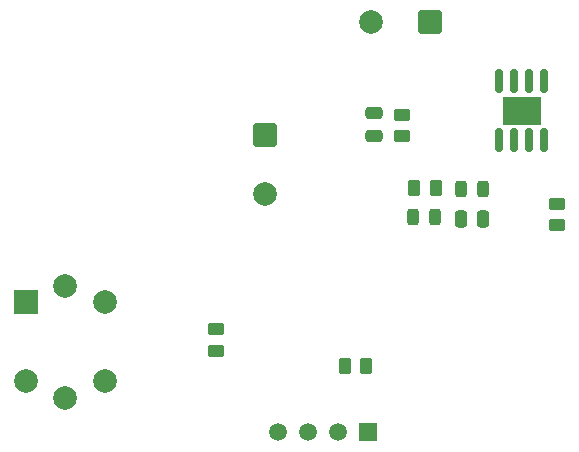
<source format=gbr>
%TF.GenerationSoftware,KiCad,Pcbnew,9.0.2*%
%TF.CreationDate,2025-07-16T17:06:44+05:30*%
%TF.ProjectId,CanSat,43616e53-6174-42e6-9b69-6361645f7063,rev?*%
%TF.SameCoordinates,Original*%
%TF.FileFunction,Soldermask,Bot*%
%TF.FilePolarity,Negative*%
%FSLAX46Y46*%
G04 Gerber Fmt 4.6, Leading zero omitted, Abs format (unit mm)*
G04 Created by KiCad (PCBNEW 9.0.2) date 2025-07-16 17:06:44*
%MOMM*%
%LPD*%
G01*
G04 APERTURE LIST*
G04 Aperture macros list*
%AMRoundRect*
0 Rectangle with rounded corners*
0 $1 Rounding radius*
0 $2 $3 $4 $5 $6 $7 $8 $9 X,Y pos of 4 corners*
0 Add a 4 corners polygon primitive as box body*
4,1,4,$2,$3,$4,$5,$6,$7,$8,$9,$2,$3,0*
0 Add four circle primitives for the rounded corners*
1,1,$1+$1,$2,$3*
1,1,$1+$1,$4,$5*
1,1,$1+$1,$6,$7*
1,1,$1+$1,$8,$9*
0 Add four rect primitives between the rounded corners*
20,1,$1+$1,$2,$3,$4,$5,0*
20,1,$1+$1,$4,$5,$6,$7,0*
20,1,$1+$1,$6,$7,$8,$9,0*
20,1,$1+$1,$8,$9,$2,$3,0*%
G04 Aperture macros list end*
%ADD10RoundRect,0.250000X-0.750000X0.750000X-0.750000X-0.750000X0.750000X-0.750000X0.750000X0.750000X0*%
%ADD11C,2.000000*%
%ADD12RoundRect,0.243750X-0.243750X-0.456250X0.243750X-0.456250X0.243750X0.456250X-0.243750X0.456250X0*%
%ADD13R,2.000000X2.000000*%
%ADD14RoundRect,0.250000X-0.262500X-0.450000X0.262500X-0.450000X0.262500X0.450000X-0.262500X0.450000X0*%
%ADD15R,1.500000X1.500000*%
%ADD16C,1.500000*%
%ADD17RoundRect,0.250000X0.450000X-0.262500X0.450000X0.262500X-0.450000X0.262500X-0.450000X-0.262500X0*%
%ADD18RoundRect,0.250000X0.750000X0.750000X-0.750000X0.750000X-0.750000X-0.750000X0.750000X-0.750000X0*%
%ADD19RoundRect,0.250000X0.250000X0.475000X-0.250000X0.475000X-0.250000X-0.475000X0.250000X-0.475000X0*%
%ADD20RoundRect,0.150000X-0.150000X0.825000X-0.150000X-0.825000X0.150000X-0.825000X0.150000X0.825000X0*%
%ADD21R,3.300000X2.410000*%
%ADD22RoundRect,0.250000X0.262500X0.450000X-0.262500X0.450000X-0.262500X-0.450000X0.262500X-0.450000X0*%
%ADD23RoundRect,0.250000X-0.450000X0.262500X-0.450000X-0.262500X0.450000X-0.262500X0.450000X0.262500X0*%
%ADD24RoundRect,0.250000X0.475000X-0.250000X0.475000X0.250000X-0.475000X0.250000X-0.475000X-0.250000X0*%
G04 APERTURE END LIST*
D10*
%TO.C,C3*%
X153900000Y-81132323D03*
D11*
X153900000Y-86132323D03*
%TD*%
D12*
%TO.C,D2*%
X166462500Y-88100000D03*
X168337500Y-88100000D03*
%TD*%
D13*
%TO.C,U2*%
X133635000Y-95255000D03*
D11*
X136995000Y-93865000D03*
X140355000Y-95255000D03*
X140355000Y-101975000D03*
X136995000Y-103365000D03*
X133635000Y-101975000D03*
%TD*%
D14*
%TO.C,R2*%
X166537500Y-85650000D03*
X168362500Y-85650000D03*
%TD*%
D15*
%TO.C,U5*%
X162612500Y-106297500D03*
D16*
X160072500Y-106297500D03*
X157532500Y-106297500D03*
X154992500Y-106297500D03*
%TD*%
D12*
%TO.C,D1*%
X170512500Y-85700000D03*
X172387500Y-85700000D03*
%TD*%
D17*
%TO.C,R8*%
X165500000Y-81212500D03*
X165500000Y-79387500D03*
%TD*%
D18*
%TO.C,C2*%
X167900000Y-71550000D03*
D11*
X162900000Y-71550000D03*
%TD*%
D19*
%TO.C,C1*%
X172400000Y-88200000D03*
X170500000Y-88200000D03*
%TD*%
D20*
%TO.C,U4*%
X173745000Y-76575000D03*
X175015000Y-76575000D03*
X176285000Y-76575000D03*
X177555000Y-76575000D03*
X177555000Y-81525000D03*
X176285000Y-81525000D03*
X175015000Y-81525000D03*
X173745000Y-81525000D03*
D21*
X175650000Y-79050000D03*
%TD*%
D22*
%TO.C,R6*%
X162485000Y-100697500D03*
X160660000Y-100697500D03*
%TD*%
D23*
%TO.C,R4*%
X149750000Y-97587500D03*
X149750000Y-99412500D03*
%TD*%
%TO.C,R1*%
X178600000Y-86937500D03*
X178600000Y-88762500D03*
%TD*%
D24*
%TO.C,C4*%
X163150000Y-81200000D03*
X163150000Y-79300000D03*
%TD*%
M02*

</source>
